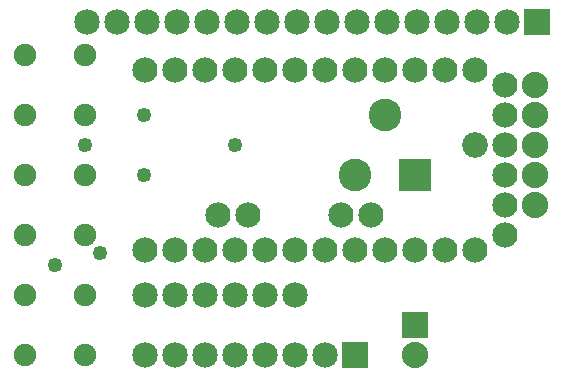
<source format=gbs>
G04 MADE WITH FRITZING*
G04 WWW.FRITZING.ORG*
G04 DOUBLE SIDED*
G04 HOLES PLATED*
G04 CONTOUR ON CENTER OF CONTOUR VECTOR*
%ASAXBY*%
%FSLAX23Y23*%
%MOIN*%
%OFA0B0*%
%SFA1.0B1.0*%
%ADD10C,0.085000*%
%ADD11C,0.075418*%
%ADD12C,0.049370*%
%ADD13C,0.088000*%
%ADD14C,0.109000*%
%ADD15C,0.084000*%
%ADD16C,0.085433*%
%ADD17R,0.085000X0.085000*%
%ADD18R,0.088000X0.088000*%
%ADD19R,0.109000X0.109000*%
%LNMASK0*%
G90*
G70*
G54D10*
X476Y152D03*
X576Y152D03*
X676Y152D03*
X476Y352D03*
X576Y352D03*
X676Y352D03*
X776Y152D03*
X876Y152D03*
X976Y152D03*
X776Y352D03*
X876Y352D03*
X976Y352D03*
X1176Y152D03*
X1076Y152D03*
G54D11*
X276Y152D03*
X76Y152D03*
X276Y352D03*
X76Y352D03*
X276Y952D03*
X76Y952D03*
X276Y1152D03*
X76Y1152D03*
X276Y552D03*
X76Y552D03*
X276Y752D03*
X76Y752D03*
G54D12*
X326Y491D03*
X176Y451D03*
G54D13*
X1376Y252D03*
X1376Y152D03*
X1376Y252D03*
X1376Y152D03*
G54D12*
X776Y852D03*
X475Y752D03*
X475Y952D03*
X276Y852D03*
G54D13*
X1776Y1052D03*
X1776Y952D03*
X1776Y852D03*
X1776Y752D03*
X1776Y652D03*
X1776Y1052D03*
X1776Y952D03*
X1776Y852D03*
X1776Y752D03*
X1776Y652D03*
G54D14*
X1176Y752D03*
X1376Y752D03*
X1276Y952D03*
X1176Y752D03*
X1376Y752D03*
X1276Y952D03*
G54D15*
X1676Y552D03*
X1676Y652D03*
X1676Y752D03*
X1676Y852D03*
X1676Y952D03*
X1676Y1052D03*
X1131Y617D03*
X1231Y617D03*
X721Y617D03*
X821Y617D03*
X1576Y502D03*
X1476Y502D03*
X1376Y502D03*
X1276Y502D03*
X1176Y502D03*
X1076Y502D03*
X976Y502D03*
X876Y502D03*
X776Y502D03*
X676Y502D03*
X576Y502D03*
X476Y502D03*
X476Y1102D03*
X576Y1102D03*
X676Y1102D03*
X776Y1102D03*
X876Y1102D03*
X976Y1102D03*
X1076Y1102D03*
X1176Y1102D03*
X1276Y1102D03*
X1376Y1102D03*
X1476Y1102D03*
X1576Y1102D03*
G54D16*
X1577Y851D03*
G54D10*
X1782Y1262D03*
X1682Y1262D03*
X1582Y1262D03*
X1482Y1262D03*
X1382Y1262D03*
X1282Y1262D03*
X1182Y1262D03*
X1082Y1262D03*
X982Y1262D03*
X882Y1262D03*
X782Y1262D03*
X682Y1262D03*
X582Y1262D03*
X482Y1262D03*
X382Y1262D03*
X282Y1262D03*
X1782Y1262D03*
X1682Y1262D03*
X1582Y1262D03*
X1482Y1262D03*
X1382Y1262D03*
X1282Y1262D03*
X1182Y1262D03*
X1082Y1262D03*
X982Y1262D03*
X882Y1262D03*
X782Y1262D03*
X682Y1262D03*
X582Y1262D03*
X482Y1262D03*
X382Y1262D03*
X282Y1262D03*
G54D17*
X1176Y152D03*
G54D18*
X1376Y252D03*
X1376Y252D03*
G54D19*
X1376Y752D03*
X1376Y752D03*
G54D17*
X1782Y1262D03*
X1782Y1262D03*
G04 End of Mask0*
M02*
</source>
